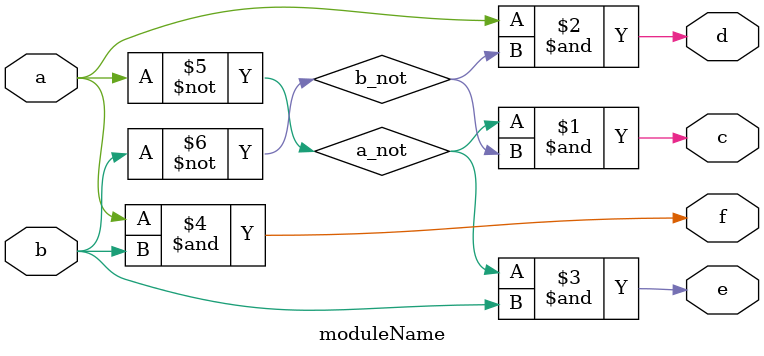
<source format=v>
module moduleName (
input   a,
input   b,
output  c,
output  d,
output  e,
output  f
);

wire a_not, b_not;
not g1(a_not,a);
not g2(b_not,b);
and g3(c,a_not,b_not);
and g4(d,a,b_not);
and g5(e,a_not,b);
and g6(f,a,b);

endmodule
</source>
